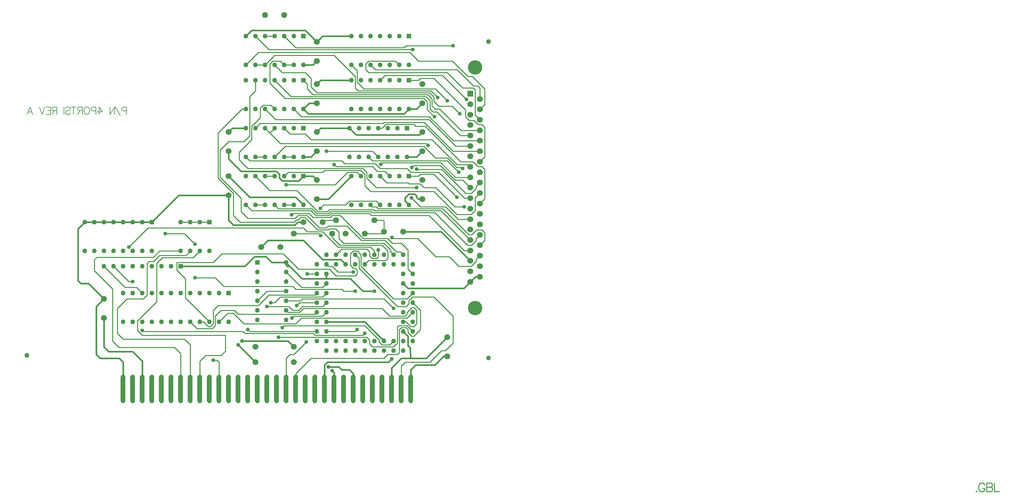
<source format=gbl>
%FSLAX44Y44*%
%MOMM*%
G71*
G01*
G75*
%ADD10O,1.2700X7.6200*%
%ADD11C,0.2540*%
%ADD12C,0.4572*%
%ADD13C,0.2032*%
%ADD14C,0.2286*%
%ADD15C,1.2700*%
%ADD16C,1.5748*%
%ADD17R,1.2700X1.2700*%
%ADD18R,1.5748X1.5748*%
%ADD19C,3.8100*%
%ADD20C,1.0160*%
D10*
X2444726Y1640038D02*
D03*
X2419326D02*
D03*
X2393926D02*
D03*
X2368526D02*
D03*
X2343126D02*
D03*
X2317726D02*
D03*
X2292326D02*
D03*
X2266926D02*
D03*
X2241526D02*
D03*
X2216126D02*
D03*
X2190726D02*
D03*
X2165326D02*
D03*
X2139926D02*
D03*
X2114526D02*
D03*
X2089126D02*
D03*
X2063726D02*
D03*
X2038326D02*
D03*
X2012926D02*
D03*
X1987526D02*
D03*
X1962126D02*
D03*
X1936726D02*
D03*
X1911326D02*
D03*
X1885926D02*
D03*
X1860526D02*
D03*
X1835126D02*
D03*
X1809726D02*
D03*
X1784326D02*
D03*
X1758926D02*
D03*
X1733526D02*
D03*
X1708126D02*
D03*
X1682726D02*
D03*
D11*
X2071346Y2318218D02*
X2084046Y2330918D01*
X2058646D02*
X2071346Y2318218D01*
X2099286Y2290278D01*
X1885926Y2081998D02*
X1911326D01*
X1860526D02*
X1885926D01*
X1835126D02*
X1860526D01*
X1953236Y1781008D02*
Y1782278D01*
Y1740368D02*
Y1781008D01*
X1951966Y1782278D02*
X1953236D01*
X1733526D02*
X1951966D01*
X1746226Y1972778D02*
X1750036Y1977858D01*
X2518386Y2214078D02*
X2586966Y2145498D01*
X1845286Y2051518D02*
X1873226Y2023578D01*
X2114526Y1949918D02*
X2155166Y1909278D01*
X1606526Y1953728D02*
X1654786Y1905468D01*
X2307566Y1960078D02*
X2409166Y1858478D01*
X2505686Y1883878D02*
X2556486Y1833078D01*
X2312646Y1965158D02*
X2399006Y1878798D01*
X2509750Y2435058D02*
X2541246Y2403562D01*
X2322806Y1807678D02*
X2360906Y1769578D01*
X2376146Y2033738D02*
X2406626Y2003258D01*
X2275562Y2071838D02*
X2313662Y2033738D01*
X2567662Y2485858D02*
X2610842Y2442678D01*
X2554708Y2508718D02*
X2595348Y2468078D01*
X2607286D02*
X2640306Y2435058D01*
X2541246Y2478238D02*
X2581886Y2437598D01*
X2520926Y2381718D02*
X2577314Y2325330D01*
X2513306Y2374098D02*
X2575790Y2311614D01*
X2492986Y2361398D02*
X2556740Y2297644D01*
X2492986Y2353778D02*
X2562836Y2283928D01*
X2480286Y2346158D02*
X2556486Y2269958D01*
X2505686Y2462998D02*
X2589506Y2379178D01*
X2500606Y2300438D02*
X2566646Y2234398D01*
X2528546Y2470618D02*
X2592046Y2407118D01*
X2523720Y2239478D02*
X2562328Y2200870D01*
X2526260Y2221698D02*
X2589760Y2158198D01*
X2523466Y2231858D02*
X2561566Y2193758D01*
X2505686Y2163278D02*
X2566646Y2102318D01*
X2482572Y2335998D02*
X2576552Y2242018D01*
X2479270Y2282658D02*
X2509750Y2252178D01*
X2541246Y2244558D02*
X2571726Y2214078D01*
X2536928Y2122638D02*
X2569440Y2090126D01*
X2510766Y2173438D02*
X2561566Y2122638D01*
X2505686Y2208998D02*
X2566646Y2148038D01*
X2507718Y2107398D02*
X2594078Y2021038D01*
X2524482Y2112478D02*
X2602206Y2034754D01*
X2529562Y2117558D02*
X2598142Y2048978D01*
X2492986Y2099778D02*
X2585696Y2007068D01*
X2462506Y2038818D02*
X2510766Y1990558D01*
X1974826Y1840698D02*
X2002766Y1812758D01*
X2106906Y1998178D02*
X2147546Y1957538D01*
X1847826Y1881338D02*
X1911326Y1817838D01*
X2211046Y2056598D02*
X2251686Y2015958D01*
X2241526Y2523958D02*
X2297406Y2468078D01*
X2071346Y2450298D02*
X2111986Y2409658D01*
X2257782Y2099778D02*
X2318742Y2038818D01*
X2169390Y2099778D02*
X2202410Y2066758D01*
X1939266Y2201378D02*
X1995146Y2145498D01*
X1934186Y2198838D02*
X1974826Y2158198D01*
X2164310Y2094698D02*
X2197330Y2061678D01*
X2109446Y2574758D02*
X2139926Y2544278D01*
X2033246Y2574758D02*
X2068806Y2539198D01*
X2084046Y2457918D02*
X2127226Y2414738D01*
X2058646Y2381718D02*
X2086586Y2353778D01*
X2033246Y2203918D02*
X2071346Y2165818D01*
X2142466D02*
X2198346Y2109938D01*
X1631926Y1965158D02*
X1687806Y1909278D01*
X1657326Y1965158D02*
X1697966Y1924518D01*
X2609826Y2437598D02*
X2614906Y2432518D01*
X2589506Y2361398D02*
X2599666Y2351238D01*
X2596364Y2234398D02*
X2602206Y2228556D01*
X2609826Y2242018D02*
X2622526Y2229318D01*
Y2442678D02*
X2627606Y2437598D01*
X2614906Y2365716D02*
X2627606Y2353016D01*
X2632686Y2341078D02*
X2640306Y2333458D01*
X2612366Y2351238D02*
X2622526Y2341078D01*
X2632686Y2229318D02*
X2640306Y2221698D01*
X2632686Y2061678D02*
X2640306Y2054058D01*
X2553946Y2389338D02*
X2574266Y2369018D01*
X2541246Y2252178D02*
X2566646Y2226778D01*
X2546326Y1990558D02*
X2571726Y1965158D01*
X2581632Y2193758D02*
X2602206Y2173184D01*
X2579346Y2226778D02*
X2581886Y2224238D01*
X2498066Y2429978D02*
X2515846Y2412198D01*
X2500606Y2389592D02*
X2508480Y2381718D01*
X2489430Y2419818D02*
X2500606Y2408642D01*
X2495526Y2381718D02*
X2503146Y2374098D01*
X2505686Y2402038D02*
X2518386Y2389338D01*
X2494510Y2424898D02*
X2505686Y2413722D01*
X2487906Y2380448D02*
X2506956Y2361398D01*
X2485366Y2290278D02*
X2490446Y2285198D01*
X2452346Y1855938D02*
X2459966Y1848318D01*
X2449806Y1868638D02*
X2470126Y1848318D01*
X2442186Y2531578D02*
X2465046Y2508718D01*
X2459966Y2222968D02*
X2461236Y2221698D01*
X2452346Y2341078D02*
X2457426Y2335998D01*
X2445996Y2146768D02*
X2470126Y2122638D01*
X2437106Y1789898D02*
X2447266Y1779738D01*
X2437106Y1957538D02*
X2449806Y1944838D01*
X2437106Y2186138D02*
X2439646Y2183598D01*
X2479270Y2409658D02*
X2487906Y2401022D01*
X2484350Y2414738D02*
X2495526Y2403562D01*
X2468856Y2183598D02*
X2479016Y2173438D01*
X2391386Y2003258D02*
X2399006Y1995638D01*
X2404086Y2508718D02*
X2414246Y2498558D01*
X2394180Y2041358D02*
X2396720Y2038818D01*
X2431772Y1817838D02*
X2444472Y1805138D01*
X2432280Y1802598D02*
X2437106Y1797772D01*
X2434566Y1807678D02*
X2449806Y1792438D01*
X2419326Y2026118D02*
X2437106Y2008338D01*
X2416786Y2003258D02*
X2424406Y1995638D01*
X2434566Y2224238D02*
X2444726Y2214078D01*
X2360906Y1764498D02*
X2368526Y1756878D01*
X2343126Y2269958D02*
X2358366Y2254718D01*
X2343126Y2229318D02*
X2355826Y2216618D01*
X2353286Y2137878D02*
X2363446Y2127718D01*
X2350746Y2236938D02*
X2363446Y2224238D01*
X2340586Y2109938D02*
X2343126Y2107398D01*
X2345666Y2115018D02*
X2348206Y2112478D01*
X2353286Y2122638D02*
X2358366Y2117558D01*
X2338046Y2015958D02*
X2348206Y2005798D01*
X2338046Y2498558D02*
X2350746Y2485858D01*
X2338046Y2127718D02*
X2343126Y2122638D01*
X2371066Y2087078D02*
X2373606Y2084538D01*
Y1878798D02*
X2399006Y1853398D01*
X2368526D02*
X2388846Y1833078D01*
X2368526Y2021038D02*
X2383766Y2005798D01*
X2382750Y2038818D02*
X2395450Y2026118D01*
X2373606D02*
X2391386Y2008338D01*
X2376146Y2216618D02*
X2388846Y2203918D01*
X2363446D02*
X2381226Y2186138D01*
X2297406Y1995638D02*
X2307566Y1985478D01*
X2302486Y2005798D02*
X2312646Y1995638D01*
X2297406Y1960078D02*
X2302486Y1954998D01*
X2297406Y2437598D02*
X2305026Y2429978D01*
X2302486Y2452838D02*
X2320266Y2435058D01*
X2302486Y2214078D02*
X2312646Y2203918D01*
Y2219158D02*
X2322806Y2208998D01*
X2287246Y2498558D02*
X2302486Y2483318D01*
X2335506Y1759418D02*
X2343126Y1751798D01*
X2327886Y1777198D02*
X2335506Y1769578D01*
X2327886Y2198838D02*
X2353286Y2173438D01*
X2317726Y2224238D02*
X2327886Y2214078D01*
Y2010878D02*
X2335506Y2003258D01*
Y1993098D02*
X2343126Y1985478D01*
X2325346Y2485858D02*
X2332966Y2478238D01*
X2322806Y2178518D02*
X2338046Y2163278D01*
X2332966Y2254718D02*
X2343126Y2244558D01*
X2335506Y2104858D02*
X2340586Y2099778D01*
X2261846Y1904198D02*
X2266926Y1899118D01*
X2245590Y2064218D02*
X2254226Y2055582D01*
Y2038818D02*
X2266926Y2026118D01*
X2241526Y2234398D02*
X2246606Y2229318D01*
X2261846Y2244558D02*
X2269466Y2236938D01*
X2284706Y1967698D02*
X2292326Y1960078D01*
X2200886Y2051518D02*
X2205966Y2046438D01*
X2228826Y1957538D02*
X2246606Y1939758D01*
X2236446Y2041358D02*
X2256766Y2021038D01*
X2221206Y1970238D02*
X2226286Y1965158D01*
X2236446D02*
X2251686Y1949918D01*
X2160246Y2066758D02*
X2170406Y2056598D01*
X2160246Y2457918D02*
X2170406Y2447758D01*
X2185646Y1787358D02*
X2190726Y1782278D01*
X2175486Y2104858D02*
X2185646Y2094698D01*
X2170406Y2435058D02*
X2185646Y2419818D01*
X2180566Y2440138D02*
X2195806Y2424898D01*
X2165326Y2478238D02*
X2180566Y2462998D01*
X2165326Y2315678D02*
X2180566Y2300438D01*
X2183106Y2117558D02*
X2195806Y2104858D01*
X2180566Y2112478D02*
X2193266Y2099778D01*
X2099286Y2508718D02*
X2109446Y2498558D01*
Y2330918D02*
X2124686Y2315678D01*
X2132306Y1911818D02*
X2139926Y1904198D01*
X2114526Y1848318D02*
X2119606Y1843238D01*
X2121638Y1858478D02*
X2131798Y1848318D01*
X2134846Y2381718D02*
X2155166Y2361398D01*
X2058646Y2330918D02*
X2071346Y2318218D01*
X2073886Y2391878D02*
X2084046Y2381718D01*
Y2498558D02*
X2104366Y2478238D01*
X2084046Y2127718D02*
X2094206Y2117558D01*
X2000226Y1792438D02*
X2005306Y1787358D01*
X2012926Y1797518D02*
X2018006Y1792438D01*
X1995146Y2109938D02*
X2012926Y2092158D01*
X2007846Y2254718D02*
X2018006Y2244558D01*
X2007846Y2127718D02*
X2023086Y2112478D01*
X1990066Y2247098D02*
X2012926Y2224238D01*
X1951966Y1782278D02*
X1953236Y1781008D01*
X1977366Y1848318D02*
X1987526Y1838158D01*
X1974826Y2099778D02*
X1992606Y2081998D01*
X1896086Y1817838D02*
X1908786Y1805138D01*
X1926566Y1934678D02*
X1949426Y1911818D01*
X1931646Y1716238D02*
X1936726Y1711158D01*
X1860526Y1817838D02*
X1878306Y1800058D01*
X1845286Y1772118D02*
X1860526Y1756878D01*
X1818616Y1750528D02*
X1835126Y1734018D01*
X1824966Y1954998D02*
X1847826Y1932138D01*
X1733526Y1794978D02*
X1736066Y1792438D01*
X1720826Y1794978D02*
X1733526Y1782278D01*
X1718286Y1909278D02*
X1733526Y1894038D01*
X1654786Y1767038D02*
X1671296Y1750528D01*
X1667486Y1787358D02*
X1682726Y1772118D01*
X2495526Y1711158D02*
X2526006Y1741638D01*
X2139926Y1680678D02*
X2180566Y1721318D01*
X2134846Y1731478D02*
X2167866Y1764498D01*
X2040866Y1861018D02*
X2068806Y1888958D01*
X1934186Y2318218D02*
X1997686Y2381718D01*
X1990066Y2267418D02*
X2023086Y2300438D01*
X2244066Y2181058D02*
X2277086Y2214078D01*
X2007846Y2498558D02*
X2040866Y2531578D01*
X2084046Y2254718D02*
X2111986Y2282658D01*
X1697966Y2015958D02*
X1748766Y2066758D01*
X1720826Y1820378D02*
X1771626Y1871178D01*
X2604746Y2158198D02*
X2617446Y2170898D01*
X2604746Y2102318D02*
X2614906Y2112478D01*
X2605254Y2021038D02*
X2617446Y2033230D01*
X2606270Y2048978D02*
X2618970Y2061678D01*
X2604746Y1965158D02*
X2617446Y1977858D01*
X2627606Y2380702D02*
X2640306Y2393402D01*
X2627606Y2242272D02*
X2640306Y2254972D01*
X2617446Y2176740D02*
X2627606Y2186900D01*
X2614906Y2146514D02*
X2627606Y2159214D01*
Y2131528D02*
X2640306Y2144228D01*
X2617446Y2038310D02*
X2627606Y2048470D01*
Y2020784D02*
X2640306Y2033484D01*
X2617446Y1982938D02*
X2627606Y1993098D01*
X2536166Y1741638D02*
X2556486Y1761958D01*
X2452346Y1805138D02*
X2459966Y1812758D01*
X2452346Y1779738D02*
X2470126Y1797518D01*
X2439646Y1873718D02*
X2449806Y1883878D01*
X2447266Y2226778D02*
X2452346Y2231858D01*
X2465046Y2457918D02*
X2470126Y2462998D01*
X2465046Y2203918D02*
X2470126Y2208998D01*
X2409166Y1731478D02*
X2414246Y1736558D01*
X2409166Y1805138D02*
X2411706Y1807678D01*
X2399006Y1751798D02*
X2409166Y1761958D01*
X2388846Y1756878D02*
X2399006Y1767038D01*
X2434566Y1842476D02*
X2448028Y1855938D01*
X2429486Y1833078D02*
X2434566Y1838158D01*
X2414246Y1797518D02*
X2419326Y1802598D01*
X2432026Y1858478D02*
X2439646Y1866098D01*
X2419326Y1700998D02*
X2429486Y1711158D01*
X2434566Y1827998D02*
X2449806Y1843238D01*
X2434566Y1878798D02*
X2449806Y1894038D01*
X2426946Y2544278D02*
X2432026Y2549358D01*
X2353286Y1985478D02*
X2358366Y1990558D01*
X2373606Y1721318D02*
X2383766Y1731478D01*
X2368526Y2051518D02*
X2373606Y2056598D01*
X2378686Y1980398D02*
X2383766Y1985478D01*
X2371066Y2343618D02*
X2373606Y2346158D01*
X2363446Y2457918D02*
X2376146Y2470618D01*
X2364716Y2235668D02*
X2368526Y2239478D01*
Y2330918D02*
X2378686Y2341078D01*
X2297406Y1939758D02*
X2302486Y1944838D01*
X2297406Y1792438D02*
X2302486Y1797518D01*
X2317726Y1782278D02*
X2322806Y1787358D01*
Y1970238D02*
X2332966Y1980398D01*
X2325346Y2501098D02*
X2332966Y2508718D01*
X2246606Y1995638D02*
X2261846Y2010878D01*
X2284706Y1998178D02*
X2292326Y2005798D01*
X2272006Y2127718D02*
X2282166Y2137878D01*
X2211046Y1909278D02*
X2221206Y1919438D01*
X2211046Y1833078D02*
X2221206Y1843238D01*
X2211046Y2081998D02*
X2216126Y2087078D01*
X2211046Y1883878D02*
X2221206Y1894038D01*
X2211046Y1858478D02*
X2221206Y1868638D01*
X2204696Y2118828D02*
X2213586Y2127718D01*
X2211046Y2214078D02*
X2216126Y2219158D01*
X2190726Y1888958D02*
X2195806Y1894038D01*
X2190726Y1838158D02*
X2195806Y1843238D01*
X2231366Y2094698D02*
X2236446Y2099778D01*
X2221206Y2066758D02*
X2226286Y2071838D01*
Y2061678D02*
X2228826Y2064218D01*
X2226286Y2104858D02*
X2231366Y2109938D01*
X2223746D02*
X2228826Y2115018D01*
Y2099778D02*
X2233906Y2104858D01*
X2152626Y1873718D02*
X2157706Y1878798D01*
X2150086Y1843238D02*
X2160246Y1853398D01*
X2142466Y1861526D02*
X2149578Y1868638D01*
X2147038Y1848318D02*
X2157198Y1858478D01*
X2146022Y2088094D02*
X2152626Y2094698D01*
X2139926Y1812758D02*
X2155166Y1827998D01*
X2138402Y2092158D02*
X2146022Y2099778D01*
X2104366Y1802598D02*
X2109446Y1807678D01*
Y2203918D02*
X2119606Y2214078D01*
X2129766Y1827998D02*
X2134846Y1833078D01*
X2114526Y1721318D02*
X2124686Y1731478D01*
X2128496Y2101302D02*
X2132052Y2104858D01*
X2135354Y2081998D02*
X2141450Y2088094D01*
X2058646Y2498558D02*
X2084046Y2523958D01*
X2045946Y2384258D02*
X2053566Y2391878D01*
X2038326Y1873718D02*
X2063726Y1899118D01*
X2071346Y2501098D02*
X2078966Y2508718D01*
X2084046Y1868638D02*
X2099286Y1883878D01*
X2002766Y2295358D02*
X2018006Y2310598D01*
Y2414738D02*
X2033246Y2429978D01*
X2023086Y2335998D02*
X2045946Y2358858D01*
X2033246Y2330918D02*
X2045946Y2343618D01*
X1939266Y2272498D02*
X1962126Y2295358D01*
X1941806Y1728938D02*
X1953236Y1740368D01*
X1913866Y1805138D02*
X1921486Y1812758D01*
X1936726Y1817838D02*
X1959586Y1840698D01*
X1921486Y1975318D02*
X1944346Y1998178D01*
X1921486Y1848318D02*
X1934186Y1861018D01*
X1918946Y1800058D02*
X1926566Y1807678D01*
Y1833078D02*
X1941806Y1848318D01*
X1849096Y1994368D02*
X1860526Y2005798D01*
X1885926Y1713698D02*
X1901166Y1728938D01*
X1868146Y1988018D02*
X1885926Y2005798D01*
X1762736Y1989288D02*
X1779246Y2005798D01*
X1762736Y1977858D02*
X1779246Y1994368D01*
X1771626Y1972778D02*
X1786866Y1988018D01*
X1736066Y1878798D02*
X1746226Y1888958D01*
X1667486Y1853398D02*
X1692886Y1878798D01*
X1606526Y1982938D02*
X1612876Y1989288D01*
X2640306Y2393402D02*
Y2435058D01*
Y2254972D02*
Y2333458D01*
Y2144228D02*
Y2221698D01*
Y2033484D02*
Y2054058D01*
X2589506Y2361398D02*
Y2379178D01*
X2627606Y2408388D02*
Y2437598D01*
X2614906Y2365716D02*
Y2432518D01*
X2617446Y2170898D02*
Y2176740D01*
X2614906Y2112478D02*
Y2146514D01*
X2617446Y2033230D02*
Y2038310D01*
Y1977858D02*
Y1982938D01*
X2556486Y1761958D02*
Y1833078D01*
X2500606Y2389592D02*
Y2408642D01*
X2495526Y2381718D02*
Y2403562D01*
X2505686Y2402038D02*
Y2413722D01*
X2487906Y2380448D02*
Y2401022D01*
X2459966Y1812758D02*
Y1848318D01*
X2439646Y1866098D02*
Y1873718D01*
X2437106Y1789898D02*
Y1797772D01*
Y1957538D02*
Y2008338D01*
X2470126Y1797518D02*
Y1848318D01*
X2409166Y1761958D02*
Y1805138D01*
X2391386Y2003258D02*
Y2008338D01*
X2434566Y1838158D02*
Y1842476D01*
X2414246Y1736558D02*
Y1797518D01*
X2419326Y1640038D02*
Y1700998D01*
X2348206Y1995638D02*
Y2005798D01*
X2360906Y1764498D02*
Y1769578D01*
X2358366Y1990558D02*
Y2008338D01*
X2373606Y2056598D02*
Y2084538D01*
X2383766Y1985478D02*
Y2005798D01*
X2307566Y1960078D02*
Y1985478D01*
X2312646Y1965158D02*
Y1995638D01*
X2302486Y1944838D02*
Y1954998D01*
X2297406Y2437598D02*
Y2468078D01*
X2302486Y2452838D02*
Y2483318D01*
X2335506Y1759418D02*
Y1769578D01*
X2327886Y2198838D02*
Y2214078D01*
X2335506Y1993098D02*
Y2003258D01*
X2325346Y2485858D02*
Y2501098D01*
X2322806Y2178518D02*
Y2208998D01*
X2254226Y2038818D02*
Y2055582D01*
X2284706Y1967698D02*
Y1998178D01*
X2236446Y2041358D02*
Y2051518D01*
X2139926Y1640038D02*
Y1680678D01*
X2170406Y2435058D02*
Y2447758D01*
X2180566Y2440138D02*
Y2462998D01*
X2114526Y1640038D02*
Y1721318D01*
X2045946Y2358858D02*
Y2384258D01*
X2071346Y2450298D02*
Y2501098D01*
X1995146Y2109938D02*
Y2145498D01*
X1990066Y2247098D02*
Y2267418D01*
X2018006Y2310598D02*
Y2414738D01*
X2033246Y2429978D02*
Y2457918D01*
X2023086Y2300438D02*
Y2335998D01*
X1939266Y2201378D02*
Y2272498D01*
X1974826Y2099778D02*
Y2158198D01*
X1921486Y1812758D02*
Y1848318D01*
X1926566Y1807678D02*
Y1833078D01*
X1934186Y2198838D02*
Y2318218D01*
X1936726Y1640038D02*
Y1711158D01*
X1847826Y1881338D02*
Y1932138D01*
X1860526Y1640038D02*
Y1756878D01*
X1885926Y1640038D02*
Y1713698D01*
X1835126Y1636228D02*
Y1734018D01*
X1824966Y1954998D02*
Y1975318D01*
X1746226Y1888958D02*
Y1972778D01*
X1771626Y1871178D02*
Y1972778D01*
X1720826Y1794978D02*
Y1820378D01*
X1654786Y1767038D02*
Y1905468D01*
X1667486Y1787358D02*
Y1853398D01*
X1606526Y1953728D02*
Y1982938D01*
X2058646Y2574758D02*
X2084046D01*
Y2523958D02*
X2241526D01*
X2040866Y2531578D02*
X2442186D01*
X2139926Y2544278D02*
X2426946D01*
X2432026Y2549358D02*
X2556486D01*
X2068806Y2539198D02*
X2449552D01*
X2033246Y2498558D02*
X2058646D01*
X2109446D02*
X2134846D01*
X2078966Y2508718D02*
X2099286D01*
X2350746Y2485858D02*
X2567662D01*
X2465046Y2508718D02*
X2554708D01*
X2332966D02*
X2404086D01*
X2332966Y2478238D02*
X2541246D01*
X2104366D02*
X2165326D01*
X2595348Y2468078D02*
X2607286D01*
X2305026Y2429978D02*
X2498066D01*
X2320266Y2435058D02*
X2509750D01*
X2610842Y2442678D02*
X2622526D01*
X2581886Y2437598D02*
X2609826D01*
X2195806Y2424898D02*
X2494510D01*
X2470126Y2462998D02*
X2505686D01*
X2439646Y2457918D02*
X2465046D01*
X2376146Y2470618D02*
X2528546D01*
X2185646Y2419818D02*
X2489430D01*
X2111986Y2409658D02*
X2479270D01*
X1997686Y2381718D02*
X2007846D01*
X2053566Y2391878D02*
X2073886D01*
X2508480Y2381718D02*
X2520926D01*
X2503146Y2374098D02*
X2513306D01*
X2127226Y2414738D02*
X2484350D01*
X2518386Y2389338D02*
X2553946D01*
X2577314Y2325330D02*
X2627606D01*
X2155166Y2361398D02*
X2492986D01*
X2086586Y2353778D02*
X2492986D01*
X2045946Y2343618D02*
X2371066D01*
X2373606Y2346158D02*
X2480286D01*
X2622526Y2341078D02*
X2632686D01*
X2599666Y2351238D02*
X2612366D01*
X2457426Y2335998D02*
X2482572D01*
X2378686Y2341078D02*
X2452346D01*
X2358366Y2330918D02*
X2368526D01*
X2099286Y2290278D02*
X2485366D01*
X1962126Y2295358D02*
X2002766D01*
X2575790Y2311614D02*
X2602206D01*
X2556740Y2297644D02*
X2627606D01*
X2562836Y2283928D02*
X2602206D01*
X2180566Y2300438D02*
X2500606D01*
X2124686Y2315678D02*
X2165326D01*
X2111986Y2282658D02*
X2479270D01*
X2221206Y2269958D02*
X2343126D01*
X2556486D02*
X2627606D01*
X2033246Y2254718D02*
X2058646D01*
X2109446D02*
X2134846D01*
X2246606Y2229318D02*
X2343126D01*
X2566646Y2234398D02*
X2596364D01*
X2368526Y2239478D02*
X2523720D01*
X2452346Y2231858D02*
X2523466D01*
X2018006Y2244558D02*
X2261846D01*
X2269466Y2236938D02*
X2350746D01*
X2622526Y2229318D02*
X2632686D01*
X2576552Y2242018D02*
X2609826D01*
X2566646Y2226778D02*
X2579346D01*
X2509750Y2252178D02*
X2541246D01*
X2343126Y2244558D02*
X2541246D01*
X2444726Y2214078D02*
X2518386D01*
X2355826Y2216618D02*
X2376146D01*
X2216126Y2219158D02*
X2312646D01*
X2058646Y2203918D02*
X2084046D01*
X2277086Y2214078D02*
X2302486D01*
X2114526Y2181058D02*
X2244066D01*
X2562328Y2200870D02*
X2602206D01*
X2561566Y2193758D02*
X2581632D01*
X2119606Y2214078D02*
X2211046D01*
X2381226Y2186138D02*
X2437106D01*
X2439646Y2183598D02*
X2468856D01*
X2470126Y2208998D02*
X2505686D01*
X2439646Y2203918D02*
X2465046D01*
X2012926Y2224238D02*
X2317726D01*
X2461236Y2221698D02*
X2526260D01*
X2363446Y2224238D02*
X2434566D01*
X2586966Y2145498D02*
X2602206D01*
X2033246Y2127718D02*
X2058646D01*
X2109446D02*
X2134846D01*
X2213586D02*
X2272006D01*
X2282166Y2137878D02*
X2353286D01*
X2589760Y2158198D02*
X2604746D01*
X2338046Y2163278D02*
X2505686D01*
X2071346Y2165818D02*
X2142466D01*
X2353286Y2173438D02*
X2459966D01*
X2479016D02*
X2510766D01*
X2348206Y2087078D02*
X2371066D01*
X2094206Y2117558D02*
X2183106D01*
X2358366D02*
X2529562D01*
X2216126Y2087078D02*
X2246606D01*
X2236446Y2099778D02*
X2257782D01*
X2185646Y2094698D02*
X2231366D01*
X2132052Y2104858D02*
X2175486D01*
X2146022Y2099778D02*
X2169390D01*
X2012926Y2092158D02*
X2138402D01*
X1992606Y2081998D02*
X2135354D01*
X2141450Y2088094D02*
X2146022D01*
X2152626Y2094698D02*
X2164310D01*
X2566646Y2102318D02*
X2604746D01*
X2569440Y2090126D02*
X2602206D01*
X2343126Y2107398D02*
X2507718D01*
X2231366Y2109938D02*
X2340586D01*
X2195806Y2104858D02*
X2226286D01*
X2198346Y2109938D02*
X2223746D01*
X2228826Y2115018D02*
X2345666D01*
X2348206Y2112478D02*
X2524482D01*
X2340586Y2099778D02*
X2492986D01*
X2233906Y2104858D02*
X2335506D01*
X2193266Y2099778D02*
X2228826D01*
X2023086Y2112478D02*
X2180566D01*
X2470126Y2122638D02*
X2536928D01*
X2561566D02*
X2586204D01*
X2343126D02*
X2353286D01*
X1794486Y2051518D02*
X1845286D01*
X2226286Y2071838D02*
X2275562D01*
X1748766Y2066758D02*
X2160246D01*
X2170406Y2056598D02*
X2211046D01*
X2322806Y2051518D02*
X2368526D01*
X2134846D02*
X2200886D01*
X2395450Y2026118D02*
X2419326D01*
X2318742Y2038818D02*
X2382750D01*
X2313662Y2033738D02*
X2376146D01*
X2202410Y2066758D02*
X2221206D01*
X2197330Y2061678D02*
X2226286D01*
X2228826Y2064218D02*
X2245590D01*
X2266926Y2026118D02*
X2373606D01*
X2598142Y2048978D02*
X2606270D01*
X2618970Y2061678D02*
X2632686D01*
X2396720Y2038818D02*
X2462506D01*
X2256766Y2021038D02*
X2368526D01*
X2594078D02*
X2605254D01*
X1612876Y1989288D02*
X1762736D01*
X1779246Y2005798D02*
X1835126D01*
X1750036Y1977858D02*
X1762736D01*
X1779246Y1994368D02*
X1849096D01*
X2292326Y2005798D02*
X2302486D01*
X1944346Y1998178D02*
X2106906D01*
X2251686Y2015958D02*
X2338046D01*
X2332966Y1980398D02*
X2378686D01*
X2406626Y2003258D02*
X2416786D01*
X2261846Y2010878D02*
X2327886D01*
X2343126Y1985478D02*
X2353286D01*
X2585696Y2007068D02*
X2602206D01*
X2510766Y1990558D02*
X2546326D01*
X1786866Y1988018D02*
X1868146D01*
X1873226Y1934678D02*
X1926566D01*
X2292326Y1960078D02*
X2297406D01*
X2246606Y1939758D02*
X2297406D01*
X2147546Y1957538D02*
X2228826D01*
X2170406Y1944838D02*
X2195806D01*
X2226286Y1965158D02*
X2236446D01*
X2251686Y1949918D02*
X2292326D01*
X2571726Y1965158D02*
X2604746D01*
X1824966Y1975318D02*
X1921486D01*
X1949426Y1911818D02*
X2132306D01*
X2139926Y1904198D02*
X2261846D01*
X2266926Y1899118D02*
X2297406D01*
X2155166Y1909278D02*
X2211046D01*
X2157706Y1878798D02*
X2373606D01*
X2449806Y1883878D02*
X2505686D01*
X2399006Y1878798D02*
X2434566D01*
X2068806Y1888958D02*
X2190726D01*
X2099286Y1883878D02*
X2211046D01*
X2063726Y1899118D02*
X2114526D01*
X1692886Y1878798D02*
X1736066D01*
X1687806Y1909278D02*
X1718286D01*
X1697966Y1924518D02*
X1708126D01*
X2149578Y1868638D02*
X2195806D01*
X2073886D02*
X2084046D01*
X2134846Y1833078D02*
X2211046D01*
X2448028Y1855938D02*
X2452346D01*
X2388846Y1833078D02*
X2429486D01*
X2160246Y1853398D02*
X2368526D01*
X2119606Y1843238D02*
X2150086D01*
X2409166Y1858478D02*
X2432026D01*
X2155166Y1827998D02*
X2434566D01*
X1959586Y1840698D02*
X1974826D01*
X1934186Y1861018D02*
X2040866D01*
X1941806Y1848318D02*
X1977366D01*
X1987526Y1838158D02*
X2190726D01*
X2063726Y1858478D02*
X2121638D01*
X2131798Y1848318D02*
X2147038D01*
X2157198Y1858478D02*
X2211046D01*
X2114526Y1873718D02*
X2152626D01*
X2424406Y1817838D02*
X2431772D01*
X2444472Y1805138D02*
X2452346D01*
X2447266Y1779738D02*
X2452346D01*
X2419326Y1802598D02*
X2432280D01*
X2002766Y1812758D02*
X2139926D01*
X1885926Y1817838D02*
X1896086D01*
X1908786Y1805138D02*
X1913866D01*
X1878306Y1800058D02*
X1918946D01*
X2190726Y1782278D02*
X2317726D01*
X2005306Y1787358D02*
X2185646D01*
X1736066Y1792438D02*
X2000226D01*
X2411706Y1807678D02*
X2434566D01*
X2094206Y1777198D02*
X2327886D01*
X2018006Y1792438D02*
X2195806D01*
X2109446Y1807678D02*
X2322806D01*
X2221206Y1792438D02*
X2297406D01*
X1682726Y1772118D02*
X1845286D01*
X1671296Y1750528D02*
X1818616D01*
X2383766Y1731478D02*
X2409166D01*
X2124686D02*
X2134846D01*
X2526006Y1741638D02*
X2536166D01*
X2343126Y1751798D02*
X2399006D01*
X2368526Y1756878D02*
X2388846D01*
X1901166Y1728938D02*
X1941806D01*
X2180566Y1721318D02*
X2373606D01*
X2429486Y1711158D02*
X2495526D01*
X1921486Y1716238D02*
X1931646D01*
D12*
X2443202Y1749258D02*
X2443456Y1721318D01*
X2485366D01*
X2419326D02*
X2443456D01*
X2114526Y1974302D02*
Y1975318D01*
Y1967698D02*
Y1974302D01*
X2113510Y1975318D02*
X2114526D01*
X2076426D02*
X2113510D01*
X2114526Y1974302D01*
X2123670Y1965158D01*
X2221206Y1932138D02*
X2284706D01*
X2156690D02*
X2221206D01*
Y1944838D01*
X1733526Y2081998D02*
X1758926D01*
X1708126D02*
X1733526D01*
X1682726D02*
X1708126D01*
X1657326D02*
X1682726D01*
X1631926D02*
X1657326D01*
X1606526D02*
X1631926D01*
X1581126D02*
X1606526D01*
X2284706Y1932138D02*
X2317726Y1899118D01*
X2524990Y2056598D02*
X2602206Y1979382D01*
X2322806Y1817838D02*
X2368526Y1772118D01*
X1962126Y2249638D02*
X1995146Y2216618D01*
X1987526Y1756878D02*
X2033246Y1711158D01*
X1962126Y2203918D02*
X2018006Y2148038D01*
X2123670Y1965158D02*
X2156690Y1932138D01*
X2160246Y2033738D02*
X2211046Y1982938D01*
X2165326Y2589998D02*
X2195806Y2559518D01*
X1591286Y1919438D02*
X1631926Y1878798D01*
X2454886Y2156674D02*
X2459966Y2151594D01*
Y2148038D02*
X2465046Y2142958D01*
X2437106Y1755354D02*
X2443202Y1749258D01*
X2424406Y1792438D02*
X2437106Y1779738D01*
X2429486Y2137878D02*
X2439646Y2127718D01*
X2424406Y1919438D02*
X2437106Y1906738D01*
X2254226Y1698458D02*
X2261846Y1690838D01*
X2259306Y1982938D02*
X2272006Y1970238D01*
X2238986Y1685758D02*
X2241526Y1683218D01*
X2282166Y1690838D02*
X2292326Y1680678D01*
X2282166Y2330918D02*
X2299946Y2313138D01*
X2236446Y1688298D02*
X2238986Y1685758D01*
X2160246Y2381718D02*
X2172946Y2369018D01*
X2139926Y2148038D02*
X2160246Y2127718D01*
X2185646Y2203918D02*
X2195806Y2193758D01*
X2096746Y2198838D02*
X2104366Y2191218D01*
X2089126Y2216618D02*
X2096746Y2208998D01*
X2119606Y1767038D02*
X2134846Y1751798D01*
X2114526Y1967698D02*
X2117066Y1965158D01*
X2061186Y1990558D02*
X2076426Y1975318D01*
X1962126Y2087078D02*
X1974826Y2074378D01*
X1708126Y1739098D02*
X1733526Y1713698D01*
X1672566Y1721318D02*
X1682726Y1711158D01*
X1611606Y1731478D02*
X1621766Y1721318D01*
X1631926Y1751798D02*
X1644626Y1739098D01*
X1563346Y1927058D02*
X1570966Y1919438D01*
X2485366Y1721318D02*
X2541246Y1777198D01*
X2226286Y2142958D02*
X2287246Y2203918D01*
X1758926Y2081998D02*
X1830046Y2153118D01*
X2602206Y1924010D02*
X2615922Y1937726D01*
X2584934Y1906738D02*
X2602206Y1924010D01*
X2508226Y1703538D02*
X2531086Y1726398D01*
X2459966Y2254718D02*
X2475206Y2269958D01*
X2459966Y2381718D02*
X2475206Y2396958D01*
X2444726Y1690838D02*
X2457426Y1703538D01*
X2467586Y2313138D02*
X2475206Y2320758D01*
X2393926Y1695918D02*
X2419326Y1721318D01*
X2426946Y2369018D02*
X2439646Y2381718D01*
X2429486Y2146514D02*
X2439646Y2156674D01*
X2385290Y1711158D02*
X2393926Y1719794D01*
X2195806Y2559518D02*
X2211046Y2574758D01*
X2195806Y2447758D02*
X2205966Y2457918D01*
X2195806Y2320758D02*
X2205966Y2330918D01*
X2216126Y1703538D02*
X2223746Y1711158D01*
X2147546Y2191218D02*
X2160246Y2203918D01*
Y2381718D02*
X2175486Y2396958D01*
X2137386Y2074378D02*
X2145006Y2081998D01*
X2180566Y2254718D02*
X2195806Y2269958D01*
X2185646Y2498558D02*
X2195806Y2508718D01*
X2048486Y2015958D02*
X2066266Y2033738D01*
X2005306Y1965158D02*
X2030706Y1990558D01*
X2007846Y2574758D02*
X2023086Y2589998D01*
X1962126Y2320758D02*
X1972286Y2330918D01*
X1611606Y1858478D02*
X1631926Y1878798D01*
X1563346Y2064218D02*
X1581126Y2081998D01*
X2459966Y2148038D02*
Y2151594D01*
X2444726Y1640038D02*
Y1690838D01*
X2437106Y1755354D02*
Y1779738D01*
X2393926Y1640038D02*
Y1695918D01*
X2429486Y2137878D02*
Y2146514D01*
X2373606Y1767038D02*
Y1772118D01*
X2292326Y1640038D02*
Y1680678D01*
X2241526Y1640038D02*
Y1683218D01*
X2216126Y1640038D02*
Y1703538D01*
X2096746Y2198838D02*
Y2208998D01*
X1962126Y2249638D02*
Y2269958D01*
Y2087078D02*
Y2153118D01*
X1733526Y1640038D02*
Y1713698D01*
X1682726Y1640038D02*
Y1711158D01*
X1611606Y1731478D02*
Y1858478D01*
X1631926Y1751798D02*
Y1827998D01*
X1563346Y1927058D02*
Y2064218D01*
X2211046Y2574758D02*
X2287246D01*
X2023086Y2589998D02*
X2165326D01*
X2160246Y2498558D02*
X2185646D01*
X2205966Y2457918D02*
X2287246D01*
X2175486Y2396958D02*
X2195806D01*
X2439646Y2381718D02*
X2459966D01*
X2172946Y2369018D02*
X2426946D01*
X2205966Y2330918D02*
X2282166D01*
X1972286D02*
X2007846D01*
X2299946Y2313138D02*
X2467586D01*
X2160246Y2254718D02*
X2180566D01*
X2434566D02*
X2459966D01*
X1995146Y2216618D02*
X2089126D01*
X2160246Y2203918D02*
X2185646D01*
X2104366Y2191218D02*
X2147546D01*
X2018006Y2148038D02*
X2139926D01*
X2439646Y2156674D02*
X2454886D01*
X2465046Y2142958D02*
X2475206D01*
X2195806D02*
X2226286D01*
X1830046Y2153118D02*
X1962126D01*
X2145006Y2081998D02*
X2160246D01*
X2066266Y2033738D02*
X2160246D01*
X2424406Y2056598D02*
X2524990D01*
X1974826Y2074378D02*
X2137386D01*
X2030706Y1990558D02*
X2061186D01*
X2211046Y1982938D02*
X2259306D01*
X2117066Y1965158D02*
X2123670D01*
X1835126D02*
X2005306D01*
X2615922Y1937726D02*
X2627606D01*
X1570966Y1919438D02*
X1591286D01*
X2317726Y1899118D02*
X2348206D01*
X2437106Y1906738D02*
X2584934D01*
X2221206Y1817838D02*
X2322806D01*
X1644626Y1739098D02*
X1708126D01*
X2368526Y1772118D02*
X2373606D01*
X1997686Y1767038D02*
X2119606D01*
X1621766Y1721318D02*
X1672566D01*
X2261846Y1690838D02*
X2282166D01*
X2226286Y1698458D02*
X2254226D01*
X2457426Y1703538D02*
X2508226D01*
X2223746Y1711158D02*
X2385290D01*
X2531086Y1726398D02*
X2541246D01*
D13*
X1691616Y2376818D02*
X1683454D01*
X1680733Y2377725D01*
X1679826Y2378631D01*
X1678919Y2380445D01*
Y2383166D01*
X1679826Y2384980D01*
X1680733Y2385887D01*
X1683454Y2386794D01*
X1691616D01*
Y2367748D01*
X1674656Y2365027D02*
X1661959Y2386794D01*
X1660689D02*
Y2367748D01*
Y2386794D02*
X1647992Y2367748D01*
Y2386794D02*
Y2367748D01*
X1618698Y2386794D02*
X1627767Y2374097D01*
X1614163D01*
X1618698Y2386794D02*
Y2367748D01*
X1610807Y2376818D02*
X1602645D01*
X1599924Y2377725D01*
X1599017Y2378631D01*
X1598110Y2380445D01*
Y2383166D01*
X1599017Y2384980D01*
X1599924Y2385887D01*
X1602645Y2386794D01*
X1610807D01*
Y2367748D01*
X1588406Y2386794D02*
X1590220Y2385887D01*
X1592033Y2384073D01*
X1592940Y2382259D01*
X1593847Y2379538D01*
Y2375004D01*
X1592940Y2372283D01*
X1592033Y2370469D01*
X1590220Y2368655D01*
X1588406Y2367748D01*
X1584778D01*
X1582964Y2368655D01*
X1581150Y2370469D01*
X1580243Y2372283D01*
X1579336Y2375004D01*
Y2379538D01*
X1580243Y2382259D01*
X1581150Y2384073D01*
X1582964Y2385887D01*
X1584778Y2386794D01*
X1588406D01*
X1574892D02*
Y2367748D01*
Y2386794D02*
X1566729D01*
X1564009Y2385887D01*
X1563102Y2384980D01*
X1562195Y2383166D01*
Y2381352D01*
X1563102Y2379538D01*
X1564009Y2378631D01*
X1566729Y2377725D01*
X1574892D01*
X1568543D02*
X1562195Y2367748D01*
X1551584Y2386794D02*
Y2367748D01*
X1557932Y2386794D02*
X1545235D01*
X1530270Y2384073D02*
X1532084Y2385887D01*
X1534805Y2386794D01*
X1538433D01*
X1541154Y2385887D01*
X1542967Y2384073D01*
Y2382259D01*
X1542061Y2380445D01*
X1541154Y2379538D01*
X1539340Y2378631D01*
X1533898Y2376818D01*
X1532084Y2375911D01*
X1531177Y2375004D01*
X1530270Y2373190D01*
Y2370469D01*
X1532084Y2368655D01*
X1534805Y2367748D01*
X1538433D01*
X1541154Y2368655D01*
X1542967Y2370469D01*
X1526008Y2386794D02*
Y2367748D01*
X1507052Y2386794D02*
Y2367748D01*
Y2386794D02*
X1498890D01*
X1496169Y2385887D01*
X1495262Y2384980D01*
X1494355Y2383166D01*
Y2381352D01*
X1495262Y2379538D01*
X1496169Y2378631D01*
X1498890Y2377725D01*
X1507052D01*
X1500704D02*
X1494355Y2367748D01*
X1478302Y2386794D02*
X1490092D01*
Y2367748D01*
X1478302D01*
X1490092Y2377725D02*
X1482837D01*
X1475128Y2386794D02*
X1467872Y2367748D01*
X1460617Y2386794D02*
X1467872Y2367748D01*
X1428692D02*
X1435948Y2386794D01*
X1443203Y2367748D01*
X1440482Y2374097D02*
X1431413D01*
D14*
X3941875Y1370435D02*
X3940786Y1369346D01*
X3941875Y1368258D01*
X3942963Y1369346D01*
X3941875Y1370435D01*
X3964294Y1385672D02*
X3963206Y1387848D01*
X3961029Y1390025D01*
X3958853Y1391113D01*
X3954500D01*
X3952323Y1390025D01*
X3950146Y1387848D01*
X3949058Y1385672D01*
X3947969Y1382406D01*
Y1376965D01*
X3949058Y1373700D01*
X3950146Y1371523D01*
X3952323Y1369346D01*
X3954500Y1368258D01*
X3958853D01*
X3961029Y1369346D01*
X3963206Y1371523D01*
X3964294Y1373700D01*
Y1376965D01*
X3958853D02*
X3964294D01*
X3969518Y1391113D02*
Y1368258D01*
Y1391113D02*
X3979313D01*
X3982578Y1390025D01*
X3983667Y1388936D01*
X3984755Y1386760D01*
Y1384583D01*
X3983667Y1382406D01*
X3982578Y1381318D01*
X3979313Y1380230D01*
X3969518D02*
X3979313D01*
X3982578Y1379142D01*
X3983667Y1378053D01*
X3984755Y1375876D01*
Y1372612D01*
X3983667Y1370435D01*
X3982578Y1369346D01*
X3979313Y1368258D01*
X3969518D01*
X3989870Y1391113D02*
Y1368258D01*
X4002930D01*
D15*
X2650466Y2560788D02*
D03*
Y1722588D02*
D03*
X1427456Y1728938D02*
D03*
X2134846Y2203918D02*
D03*
X2109446D02*
D03*
X2084046D02*
D03*
X2058646D02*
D03*
X2033246D02*
D03*
X2007846D02*
D03*
Y2127718D02*
D03*
X2033246D02*
D03*
X2058646D02*
D03*
X2084046D02*
D03*
X2109446D02*
D03*
X2134846D02*
D03*
X2160246D02*
D03*
X1809726Y1965158D02*
D03*
X1784326D02*
D03*
X1758926D02*
D03*
X1733526D02*
D03*
X1708126D02*
D03*
X1682726D02*
D03*
X1657326D02*
D03*
X1631926D02*
D03*
X1885926Y2081998D02*
D03*
X1860526D02*
D03*
X1835126D02*
D03*
Y2005798D02*
D03*
X1860526D02*
D03*
X1885926D02*
D03*
X1911326D02*
D03*
X1733526Y2081998D02*
D03*
X1708126D02*
D03*
X1682726D02*
D03*
X1657326D02*
D03*
X1631926D02*
D03*
X1606526D02*
D03*
X1581126D02*
D03*
Y2005798D02*
D03*
X1606526D02*
D03*
X1631926D02*
D03*
X1657326D02*
D03*
X1682726D02*
D03*
X1708126D02*
D03*
X1733526D02*
D03*
X1758926D02*
D03*
X2038326Y1949918D02*
D03*
Y1924518D02*
D03*
Y1899118D02*
D03*
Y1873718D02*
D03*
Y1848318D02*
D03*
Y1822918D02*
D03*
X2114526D02*
D03*
Y1848318D02*
D03*
Y1873718D02*
D03*
Y1899118D02*
D03*
Y1924518D02*
D03*
Y1949918D02*
D03*
Y1975318D02*
D03*
X1962126Y1817838D02*
D03*
X1936726D02*
D03*
X1911326D02*
D03*
X1885926D02*
D03*
X1860526D02*
D03*
X1835126D02*
D03*
X1809726D02*
D03*
X1784326D02*
D03*
X1758926D02*
D03*
X1733526D02*
D03*
X1708126D02*
D03*
X1682726D02*
D03*
Y1894038D02*
D03*
X1708126D02*
D03*
X1733526D02*
D03*
X1758926D02*
D03*
X1784326D02*
D03*
X1809726D02*
D03*
X1835126D02*
D03*
X1860526D02*
D03*
X1885926D02*
D03*
X1911326D02*
D03*
X1936726D02*
D03*
X2414246Y2574758D02*
D03*
X2388846D02*
D03*
X2363446D02*
D03*
X2338046D02*
D03*
X2312646D02*
D03*
X2287246D02*
D03*
Y2498558D02*
D03*
X2312646D02*
D03*
X2338046D02*
D03*
X2363446D02*
D03*
X2388846D02*
D03*
X2414246D02*
D03*
X2439646D02*
D03*
X2134846Y2574758D02*
D03*
X2109446D02*
D03*
X2084046D02*
D03*
X2058646D02*
D03*
X2033246D02*
D03*
X2007846D02*
D03*
Y2498558D02*
D03*
X2033246D02*
D03*
X2058646D02*
D03*
X2084046D02*
D03*
X2109446D02*
D03*
X2134846D02*
D03*
X2160246D02*
D03*
X2134846Y2457918D02*
D03*
X2109446D02*
D03*
X2084046D02*
D03*
X2058646D02*
D03*
X2033246D02*
D03*
X2007846D02*
D03*
Y2381718D02*
D03*
X2033246D02*
D03*
X2058646D02*
D03*
X2084046D02*
D03*
X2109446D02*
D03*
X2134846D02*
D03*
X2160246D02*
D03*
X2414246Y2457918D02*
D03*
X2388846D02*
D03*
X2363446D02*
D03*
X2338046D02*
D03*
X2312646D02*
D03*
X2287246D02*
D03*
Y2381718D02*
D03*
X2312646D02*
D03*
X2338046D02*
D03*
X2363446D02*
D03*
X2388846D02*
D03*
X2414246D02*
D03*
X2439646D02*
D03*
X2409166Y2330918D02*
D03*
X2383766D02*
D03*
X2358366D02*
D03*
X2332966D02*
D03*
X2307566D02*
D03*
X2282166D02*
D03*
Y2254718D02*
D03*
X2307566D02*
D03*
X2332966D02*
D03*
X2358366D02*
D03*
X2383766D02*
D03*
X2409166D02*
D03*
X2434566D02*
D03*
X2134846Y2330918D02*
D03*
X2109446D02*
D03*
X2084046D02*
D03*
X2058646D02*
D03*
X2033246D02*
D03*
X2007846D02*
D03*
Y2254718D02*
D03*
X2033246D02*
D03*
X2058646D02*
D03*
X2084046D02*
D03*
X2109446D02*
D03*
X2134846D02*
D03*
X2160246D02*
D03*
X2414246Y2203918D02*
D03*
X2388846D02*
D03*
X2363446D02*
D03*
X2338046D02*
D03*
X2312646D02*
D03*
X2287246D02*
D03*
Y2127718D02*
D03*
X2312646D02*
D03*
X2338046D02*
D03*
X2363446D02*
D03*
X2388846D02*
D03*
X2414246D02*
D03*
X2439646D02*
D03*
X2322806Y1741638D02*
D03*
X2297406Y1767038D02*
D03*
Y1741638D02*
D03*
X2272006Y1767038D02*
D03*
Y1741638D02*
D03*
X2246606Y1767038D02*
D03*
Y1741638D02*
D03*
X2221206Y1767038D02*
D03*
Y1741638D02*
D03*
X2195806Y1767038D02*
D03*
X2221206Y1792438D02*
D03*
X2195806D02*
D03*
X2221206Y1817838D02*
D03*
X2195806D02*
D03*
X2221206Y1843238D02*
D03*
X2195806D02*
D03*
X2221206Y1868638D02*
D03*
X2195806D02*
D03*
X2221206Y1894038D02*
D03*
X2195806D02*
D03*
X2221206Y1919438D02*
D03*
X2195806D02*
D03*
X2221206Y1944838D02*
D03*
X2195806D02*
D03*
X2221206Y1970238D02*
D03*
X2195806D02*
D03*
X2221206Y1995638D02*
D03*
X2246606Y1970238D02*
D03*
Y1995638D02*
D03*
X2272006Y1970238D02*
D03*
Y1995638D02*
D03*
X2297406Y1970238D02*
D03*
Y1995638D02*
D03*
X2322806Y1970238D02*
D03*
Y1995638D02*
D03*
X2348206Y1970238D02*
D03*
Y1995638D02*
D03*
X2373606Y1970238D02*
D03*
Y1995638D02*
D03*
X2399006Y1970238D02*
D03*
Y1995638D02*
D03*
X2424406Y1970238D02*
D03*
Y1995638D02*
D03*
X2449806Y1970238D02*
D03*
X2424406Y1944838D02*
D03*
X2449806D02*
D03*
X2424406Y1919438D02*
D03*
X2449806D02*
D03*
X2424406Y1894038D02*
D03*
X2449806D02*
D03*
X2424406Y1868638D02*
D03*
X2449806D02*
D03*
X2424406Y1843238D02*
D03*
X2449806D02*
D03*
X2424406Y1817838D02*
D03*
X2449806D02*
D03*
X2424406Y1792438D02*
D03*
X2449806D02*
D03*
X2424406Y1767038D02*
D03*
X2449806D02*
D03*
X2424406Y1741638D02*
D03*
X2399006Y1767038D02*
D03*
Y1741638D02*
D03*
X2373606Y1767038D02*
D03*
Y1741638D02*
D03*
X2348206Y1767038D02*
D03*
Y1741638D02*
D03*
X2322806Y1767038D02*
D03*
D16*
X2541246Y1726398D02*
D03*
Y1777198D02*
D03*
X1962126Y2269958D02*
D03*
Y2320758D02*
D03*
X2348206Y2087078D02*
D03*
X2246606D02*
D03*
X1631926Y1878798D02*
D03*
Y1827998D02*
D03*
X2195806Y2142958D02*
D03*
Y2193758D02*
D03*
X2048486Y2015958D02*
D03*
X2099286D02*
D03*
X2134846Y1711158D02*
D03*
X2033246D02*
D03*
X2134846Y1751798D02*
D03*
X2033246D02*
D03*
X2195806Y2320758D02*
D03*
Y2269958D02*
D03*
Y2447758D02*
D03*
Y2396958D02*
D03*
X2475206Y2320758D02*
D03*
Y2269958D02*
D03*
Y2193758D02*
D03*
Y2142958D02*
D03*
Y2447758D02*
D03*
Y2396958D02*
D03*
X2195806Y2559518D02*
D03*
Y2508718D02*
D03*
X1962126Y2203918D02*
D03*
Y2153118D02*
D03*
X2602206Y2394672D02*
D03*
Y2366986D02*
D03*
Y2339300D02*
D03*
Y2311614D02*
D03*
Y2283928D02*
D03*
Y2256242D02*
D03*
Y2228556D02*
D03*
Y2200870D02*
D03*
Y2173184D02*
D03*
Y2145498D02*
D03*
Y2117812D02*
D03*
Y2090126D02*
D03*
Y2062440D02*
D03*
Y2034754D02*
D03*
Y2007068D02*
D03*
Y1979382D02*
D03*
Y1951696D02*
D03*
Y1924010D02*
D03*
X2627606Y2408388D02*
D03*
Y2380702D02*
D03*
Y2353016D02*
D03*
Y2325330D02*
D03*
Y2297644D02*
D03*
Y2269958D02*
D03*
Y2242272D02*
D03*
Y2214586D02*
D03*
Y2186900D02*
D03*
Y2159214D02*
D03*
Y2131528D02*
D03*
Y2103842D02*
D03*
Y2076156D02*
D03*
Y2048470D02*
D03*
Y2020784D02*
D03*
Y1993098D02*
D03*
Y1965412D02*
D03*
Y1937726D02*
D03*
X2272006Y2051518D02*
D03*
X2322806D02*
D03*
X2134846D02*
D03*
X2236446D02*
D03*
X2058646Y2630638D02*
D03*
X2109446D02*
D03*
X2160246Y2081998D02*
D03*
X2424406Y2056598D02*
D03*
X2373606D02*
D03*
X2211046Y2081998D02*
D03*
D17*
X2160246Y2203918D02*
D03*
X1835126Y1965158D02*
D03*
X1911326Y2081998D02*
D03*
X1758926D02*
D03*
X2038326Y1975318D02*
D03*
X1962126Y1894038D02*
D03*
X2439646Y2574758D02*
D03*
X2160246D02*
D03*
Y2457918D02*
D03*
X2439646D02*
D03*
X2434566Y2330918D02*
D03*
X2160246D02*
D03*
X2439646Y2203918D02*
D03*
D18*
X2602206Y2422358D02*
D03*
D19*
X2614906Y2492208D02*
D03*
Y1854160D02*
D03*
D20*
X2592046Y2407118D02*
D03*
X2586204Y2122638D02*
D03*
X2541246Y2403562D02*
D03*
X2556486Y2549358D02*
D03*
X2574266Y2369018D02*
D03*
X2581886Y2224238D02*
D03*
X2571726Y2214078D02*
D03*
X2566646Y2148038D02*
D03*
X2506956Y2361398D02*
D03*
X2490446Y2285198D02*
D03*
X2515846Y2412198D02*
D03*
X2459966Y2173438D02*
D03*
X2449552Y2539198D02*
D03*
X2459966Y2222968D02*
D03*
X2447266Y2226778D02*
D03*
X2445996Y2146768D02*
D03*
X2399006Y1853398D02*
D03*
X2394180Y2041358D02*
D03*
X2393926Y1719794D02*
D03*
X2358366Y2008338D02*
D03*
X2348206Y1899118D02*
D03*
X2364716Y2235668D02*
D03*
X2302486Y1797518D02*
D03*
X2297406Y1899118D02*
D03*
X2292326Y1949918D02*
D03*
X2322806Y1787358D02*
D03*
X2241526Y2234398D02*
D03*
X2205966Y2046438D02*
D03*
X2204696Y2118828D02*
D03*
X2236446Y1688298D02*
D03*
X2221206Y2269958D02*
D03*
X2226286Y1698458D02*
D03*
X2142466Y1861526D02*
D03*
X2167866Y1764498D02*
D03*
X2170406Y1944838D02*
D03*
X2094206Y1777198D02*
D03*
X2104366Y1802598D02*
D03*
X2129766Y1827998D02*
D03*
X2128496Y2101302D02*
D03*
X2114526Y2181058D02*
D03*
X2063726Y1858478D02*
D03*
X2073886Y1868638D02*
D03*
X2012926Y1797518D02*
D03*
X1997686Y1767038D02*
D03*
X1987526Y1756878D02*
D03*
X1921486Y1716238D02*
D03*
X1873226Y2023578D02*
D03*
Y1934678D02*
D03*
X1794486Y2051518D02*
D03*
X1697966Y2015958D02*
D03*
X1708126Y1924518D02*
D03*
X1733526Y1794978D02*
D03*
M02*

</source>
